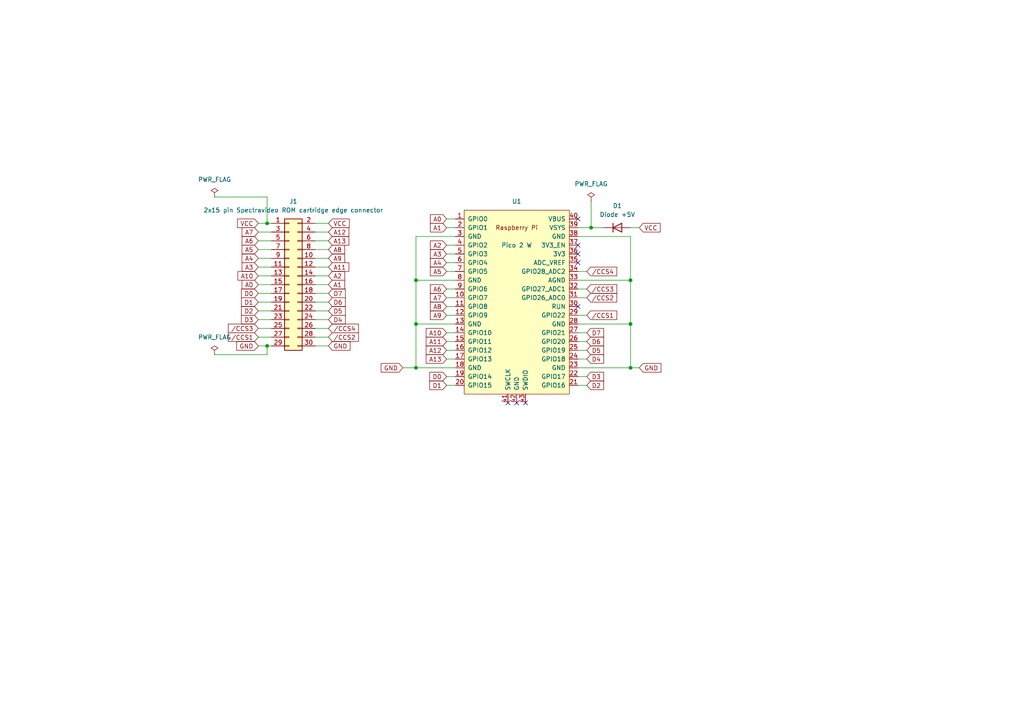
<source format=kicad_sch>
(kicad_sch (version 20231120) (generator "eeschema") (generator_version "8.0")
  (paper "A4")
  (title_block (title "SVI-328 PicoROM cartridge") (date "2025-03-17") (rev "1.0") (company "Markus Rautopuro") (comment 1 "https://github.com/fitch/SVI-328-PicoROM"))
  (lib_symbols
    (symbol "Connector_Generic:Conn_02x15_Odd_Even" (pin_names (offset 1.016) hide)
      (property "Reference" "J" (at 1.27 20.32 0))
      (property "Value" "Conn_02x15_Odd_Even" (at 1.27 -20.32 0))
      (symbol "Conn_02x15_Odd_Even_1_1"
        (rectangle (start -1.27 -17.653) (end 0 -17.907) (stroke (width 0.1524)))
        (rectangle (start -1.27 -15.113) (end 0 -15.367) (stroke (width 0.1524)))
        (rectangle (start -1.27 -12.573) (end 0 -12.827) (stroke (width 0.1524)))
        (rectangle (start -1.27 -10.033) (end 0 -10.287) (stroke (width 0.1524)))
        (rectangle (start -1.27 -7.493) (end 0 -7.747) (stroke (width 0.1524)))
        (rectangle (start -1.27 -4.953) (end 0 -5.207) (stroke (width 0.1524)))
        (rectangle (start -1.27 -2.413) (end 0 -2.667) (stroke (width 0.1524)))
        (rectangle (start -1.27 0.127) (end 0 -0.127) (stroke (width 0.1524)))
        (rectangle (start -1.27 2.667) (end 0 2.413) (stroke (width 0.1524)))
        (rectangle (start -1.27 5.207) (end 0 4.953) (stroke (width 0.1524)))
        (rectangle (start -1.27 7.747) (end 0 7.493) (stroke (width 0.1524)))
        (rectangle (start -1.27 10.287) (end 0 10.033) (stroke (width 0.1524)))
        (rectangle (start -1.27 12.827) (end 0 12.573) (stroke (width 0.1524)))
        (rectangle (start -1.27 15.367) (end 0 15.113) (stroke (width 0.1524)))
        (rectangle (start -1.27 17.907) (end 0 17.653) (stroke (width 0.1524)))
        (rectangle (start -1.27 19.05) (end 3.81 -19.05) (stroke (width 0.254)) (fill (type background)))
        (rectangle (start 3.81 -17.653) (end 2.54 -17.907) (stroke (width 0.1524)))
        (rectangle (start 3.81 -15.113) (end 2.54 -15.367) (stroke (width 0.1524)))
        (rectangle (start 3.81 -12.573) (end 2.54 -12.827) (stroke (width 0.1524)))
        (rectangle (start 3.81 -10.033) (end 2.54 -10.287) (stroke (width 0.1524)))
        (rectangle (start 3.81 -7.493) (end 2.54 -7.747) (stroke (width 0.1524)))
        (rectangle (start 3.81 -4.953) (end 2.54 -5.207) (stroke (width 0.1524)))
        (rectangle (start 3.81 -2.413) (end 2.54 -2.667) (stroke (width 0.1524)))
        (rectangle (start 3.81 0.127) (end 2.54 -0.127) (stroke (width 0.1524)))
        (rectangle (start 3.81 2.667) (end 2.54 2.413) (stroke (width 0.1524)))
        (rectangle (start 3.81 5.207) (end 2.54 4.953) (stroke (width 0.1524)))
        (rectangle (start 3.81 7.747) (end 2.54 7.493) (stroke (width 0.1524)))
        (rectangle (start 3.81 10.287) (end 2.54 10.033) (stroke (width 0.1524)))
        (rectangle (start 3.81 12.827) (end 2.54 12.573) (stroke (width 0.1524)))
        (rectangle (start 3.81 15.367) (end 2.54 15.113) (stroke (width 0.1524)))
        (rectangle (start 3.81 17.907) (end 2.54 17.653) (stroke (width 0.1524)))
        (pin passive line (at -5.08 17.78 0) (length 3.81) (name "Pin_1") (number "1"))
        (pin passive line (at 7.62 7.62 180) (length 3.81) (name "Pin_10") (number "10"))
        (pin passive line (at -5.08 5.08 0) (length 3.81) (name "Pin_11") (number "11"))
        (pin passive line (at 7.62 5.08 180) (length 3.81) (name "Pin_12") (number "12"))
        (pin passive line (at -5.08 2.54 0) (length 3.81) (name "Pin_13") (number "13"))
        (pin passive line (at 7.62 2.54 180) (length 3.81) (name "Pin_14") (number "14"))
        (pin passive line (at -5.08 0 0) (length 3.81) (name "Pin_15") (number "15"))
        (pin passive line (at 7.62 0 180) (length 3.81) (name "Pin_16") (number "16"))
        (pin passive line (at -5.08 -2.54 0) (length 3.81) (name "Pin_17") (number "17"))
        (pin passive line (at 7.62 -2.54 180) (length 3.81) (name "Pin_18") (number "18"))
        (pin passive line (at -5.08 -5.08 0) (length 3.81) (name "Pin_19") (number "19"))
        (pin passive line (at 7.62 17.78 180) (length 3.81) (name "Pin_2") (number "2"))
        (pin passive line (at 7.62 -5.08 180) (length 3.81) (name "Pin_20") (number "20"))
        (pin passive line (at -5.08 -7.62 0) (length 3.81) (name "Pin_21") (number "21"))
        (pin passive line (at 7.62 -7.62 180) (length 3.81) (name "Pin_22") (number "22"))
        (pin passive line (at -5.08 -10.16 0) (length 3.81) (name "Pin_23") (number "23"))
        (pin passive line (at 7.62 -10.16 180) (length 3.81) (name "Pin_24") (number "24"))
        (pin passive line (at -5.08 -12.7 0) (length 3.81) (name "Pin_25") (number "25"))
        (pin passive line (at 7.62 -12.7 180) (length 3.81) (name "Pin_26") (number "26"))
        (pin passive line (at -5.08 -15.24 0) (length 3.81) (name "Pin_27") (number "27"))
        (pin passive line (at 7.62 -15.24 180) (length 3.81) (name "Pin_28") (number "28"))
        (pin passive line (at -5.08 -17.78 0) (length 3.81) (name "Pin_29") (number "29"))
        (pin passive line (at -5.08 15.24 0) (length 3.81) (name "Pin_3") (number "3"))
        (pin passive line (at 7.62 -17.78 180) (length 3.81) (name "Pin_30") (number "30"))
        (pin passive line (at 7.62 15.24 180) (length 3.81) (name "Pin_4") (number "4"))
        (pin passive line (at -5.08 12.7 0) (length 3.81) (name "Pin_5") (number "5"))
        (pin passive line (at 7.62 12.7 180) (length 3.81) (name "Pin_6") (number "6"))
        (pin passive line (at -5.08 10.16 0) (length 3.81) (name "Pin_7") (number "7"))
        (pin passive line (at 7.62 10.16 180) (length 3.81) (name "Pin_8") (number "8"))
        (pin passive line (at -5.08 7.62 0) (length 3.81) (name "Pin_9") (number "9"))
      )
    )
    (symbol "Device:D" (pin_numbers hide) (pin_names (offset 1.016) hide)
      (property "Reference" "D" (at 0 2.54 0))
      (property "Value" "D" (at 0 -2.54 0))
      (symbol "D_0_1"
        (polyline (pts (xy -1.27 1.27) (xy -1.27 -1.27)) (stroke (width 0.254)))
        (polyline (pts (xy 1.27 0) (xy -1.27 0)))
        (polyline (pts (xy 1.27 1.27) (xy 1.27 -1.27) (xy -1.27 0) (xy 1.27 1.27)) (stroke (width 0.254)))
      )
      (symbol "D_1_1"
        (pin passive line (at -3.81 0 0) (length 2.54) (name "K") (number "1"))
        (pin passive line (at 3.81 0 180) (length 2.54) (name "A") (number "2"))
      )
    )
    (symbol "Spectravideo:Pico2W" (pin_names (offset 1.016))
      (property "Reference" "U1" (at 0 29.21 0))
      (property "Value" "Pico 2 W" (at 0 16.51 0))
      (symbol "Pico2W_0_0"
        (text "Raspberry Pi" (at 0 21.59 0) (effects (font (size 1.27 1.27))))
      )
      (symbol "Pico2W_0_1"
        (rectangle (start -15.24 26.67) (end 15.24 -26.67) (fill (type background)))
      )
      (symbol "Pico2W_1_1"
        (pin bidirectional line (at -17.78 24.13 0) (length 2.54) (name "GPIO0") (number "1"))
        (pin bidirectional line (at -17.78 1.27 0) (length 2.54) (name "GPIO7") (number "10"))
        (pin bidirectional line (at -17.78 -1.27 0) (length 2.54) (name "GPIO8") (number "11"))
        (pin bidirectional line (at -17.78 -3.81 0) (length 2.54) (name "GPIO9") (number "12"))
        (pin power_in line (at -17.78 -6.35 0) (length 2.54) (name "GND") (number "13"))
        (pin bidirectional line (at -17.78 -8.89 0) (length 2.54) (name "GPIO10") (number "14"))
        (pin bidirectional line (at -17.78 -11.43 0) (length 2.54) (name "GPIO11") (number "15"))
        (pin bidirectional line (at -17.78 -13.97 0) (length 2.54) (name "GPIO12") (number "16"))
        (pin bidirectional line (at -17.78 -16.51 0) (length 2.54) (name "GPIO13") (number "17"))
        (pin power_in line (at -17.78 -19.05 0) (length 2.54) (name "GND") (number "18"))
        (pin bidirectional line (at -17.78 -21.59 0) (length 2.54) (name "GPIO14") (number "19"))
        (pin bidirectional line (at -17.78 21.59 0) (length 2.54) (name "GPIO1") (number "2"))
        (pin bidirectional line (at -17.78 -24.13 0) (length 2.54) (name "GPIO15") (number "20"))
        (pin bidirectional line (at 17.78 -24.13 180) (length 2.54) (name "GPIO16") (number "21"))
        (pin bidirectional line (at 17.78 -21.59 180) (length 2.54) (name "GPIO17") (number "22"))
        (pin power_in line (at 17.78 -19.05 180) (length 2.54) (name "GND") (number "23"))
        (pin bidirectional line (at 17.78 -16.51 180) (length 2.54) (name "GPIO18") (number "24"))
        (pin bidirectional line (at 17.78 -13.97 180) (length 2.54) (name "GPIO19") (number "25"))
        (pin bidirectional line (at 17.78 -11.43 180) (length 2.54) (name "GPIO20") (number "26"))
        (pin bidirectional line (at 17.78 -8.89 180) (length 2.54) (name "GPIO21") (number "27"))
        (pin power_in line (at 17.78 -6.35 180) (length 2.54) (name "GND") (number "28"))
        (pin bidirectional line (at 17.78 -3.81 180) (length 2.54) (name "GPIO22") (number "29"))
        (pin power_in line (at -17.78 19.05 0) (length 2.54) (name "GND") (number "3"))
        (pin input line (at 17.78 -1.27 180) (length 2.54) (name "RUN") (number "30"))
        (pin bidirectional line (at 17.78 1.27 180) (length 2.54) (name "GPIO26_ADC0") (number "31"))
        (pin bidirectional line (at 17.78 3.81 180) (length 2.54) (name "GPIO27_ADC1") (number "32"))
        (pin power_in line (at 17.78 6.35 180) (length 2.54) (name "AGND") (number "33"))
        (pin bidirectional line (at 17.78 8.89 180) (length 2.54) (name "GPIO28_ADC2") (number "34"))
        (pin unspecified line (at 17.78 11.43 180) (length 2.54) (name "ADC_VREF") (number "35"))
        (pin unspecified line (at 17.78 13.97 180) (length 2.54) (name "3V3") (number "36"))
        (pin power_out line (at 17.78 16.51 180) (length 2.54) (name "3V3_EN") (number "37"))
        (pin power_in line (at 17.78 19.05 180) (length 2.54) (name "GND") (number "38"))
        (pin power_in line (at 17.78 21.59 180) (length 2.54) (name "VSYS") (number "39"))
        (pin bidirectional line (at -17.78 16.51 0) (length 2.54) (name "GPIO2") (number "4"))
        (pin unspecified line (at 17.78 24.13 180) (length 2.54) (name "VBUS") (number "40"))
        (pin input line (at -2.54 -29.21 90) (length 2.54) (name "SWCLK") (number "41"))
        (pin power_in line (at 0 -29.21 90) (length 2.54) (name "GND") (number "42"))
        (pin bidirectional line (at 2.54 -29.21 90) (length 2.54) (name "SWDIO") (number "43"))
        (pin bidirectional line (at -17.78 13.97 0) (length 2.54) (name "GPIO3") (number "5"))
        (pin bidirectional line (at -17.78 11.43 0) (length 2.54) (name "GPIO4") (number "6"))
        (pin bidirectional line (at -17.78 8.89 0) (length 2.54) (name "GPIO5") (number "7"))
        (pin power_in line (at -17.78 6.35 0) (length 2.54) (name "GND") (number "8"))
        (pin bidirectional line (at -17.78 3.81 0) (length 2.54) (name "GPIO6") (number "9"))
      )
    )
    (symbol "power:PWR_FLAG" (power) (pin_numbers hide) (pin_names (offset 0) hide)
      (property "Value" "PWR_FLAG" (at 0 3.81 0))
      (symbol "PWR_FLAG_0_0"
        (pin power_out line (at 0 0 90) (length 0) (name "~") (number "1"))
      )
      (symbol "PWR_FLAG_0_1"
        (polyline (pts (xy 0 0) (xy 0 1.27) (xy -1.016 1.905) (xy 0 2.54) (xy 1.016 1.905) (xy 0 1.27)))
      )
    )
  )
  (junction (at 182.88 106.68))
  (junction (at 77.47 64.77))
  (junction (at 120.65 106.68))
  (junction (at 171.45 66.04))
  (junction (at 182.88 93.98))
  (junction (at 120.65 93.98))
  (junction (at 77.47 100.33))
  (junction (at 120.65 81.28))
  (junction (at 182.88 81.28))
  (no_connect (at 167.64 63.5))
  (no_connect (at 167.64 71.12))
  (no_connect (at 167.64 73.66))
  (no_connect (at 167.64 76.2))
  (no_connect (at 149.86 116.84))
  (no_connect (at 167.64 88.9))
  (no_connect (at 147.32 116.84))
  (no_connect (at 152.4 116.84))
  (wire (pts (xy 91.44 82.55) (xy 95.25 82.55)))
  (wire (pts (xy 167.64 68.58) (xy 182.88 68.58)))
  (wire (pts (xy 167.64 93.98) (xy 182.88 93.98)))
  (wire (pts (xy 91.44 92.71) (xy 95.25 92.71)))
  (wire (pts (xy 91.44 74.93) (xy 95.25 74.93)))
  (wire (pts (xy 91.44 95.25) (xy 95.25 95.25)))
  (wire (pts (xy 74.93 90.17) (xy 78.74 90.17)))
  (wire (pts (xy 74.93 72.39) (xy 78.74 72.39)))
  (wire (pts (xy 120.65 106.68) (xy 132.08 106.68)))
  (wire (pts (xy 167.64 91.44) (xy 170.18 91.44)))
  (wire (pts (xy 62.23 102.87) (xy 77.47 102.87)))
  (wire (pts (xy 62.23 57.15) (xy 77.47 57.15)))
  (wire (pts (xy 129.54 111.76) (xy 132.08 111.76)))
  (wire (pts (xy 167.64 78.74) (xy 170.18 78.74)))
  (wire (pts (xy 74.93 67.31) (xy 78.74 67.31)))
  (wire (pts (xy 129.54 76.2) (xy 132.08 76.2)))
  (wire (pts (xy 132.08 68.58) (xy 120.65 68.58)))
  (wire (pts (xy 129.54 71.12) (xy 132.08 71.12)))
  (wire (pts (xy 91.44 87.63) (xy 95.25 87.63)))
  (wire (pts (xy 129.54 91.44) (xy 132.08 91.44)))
  (wire (pts (xy 167.64 106.68) (xy 182.88 106.68)))
  (wire (pts (xy 129.54 78.74) (xy 132.08 78.74)))
  (wire (pts (xy 167.64 109.22) (xy 170.18 109.22)))
  (wire (pts (xy 129.54 101.6) (xy 132.08 101.6)))
  (wire (pts (xy 91.44 69.85) (xy 95.25 69.85)))
  (wire (pts (xy 167.64 101.6) (xy 170.18 101.6)))
  (wire (pts (xy 182.88 106.68) (xy 185.42 106.68)))
  (wire (pts (xy 91.44 90.17) (xy 95.25 90.17)))
  (wire (pts (xy 74.93 87.63) (xy 78.74 87.63)))
  (wire (pts (xy 167.64 86.36) (xy 170.18 86.36)))
  (wire (pts (xy 74.93 74.93) (xy 78.74 74.93)))
  (wire (pts (xy 132.08 93.98) (xy 120.65 93.98)))
  (wire (pts (xy 171.45 66.04) (xy 175.26 66.04)))
  (wire (pts (xy 167.64 83.82) (xy 170.18 83.82)))
  (wire (pts (xy 182.88 93.98) (xy 182.88 106.68)))
  (wire (pts (xy 120.65 81.28) (xy 120.65 93.98)))
  (wire (pts (xy 91.44 97.79) (xy 95.25 97.79)))
  (wire (pts (xy 132.08 81.28) (xy 120.65 81.28)))
  (wire (pts (xy 129.54 73.66) (xy 132.08 73.66)))
  (wire (pts (xy 74.93 97.79) (xy 78.74 97.79)))
  (wire (pts (xy 129.54 109.22) (xy 132.08 109.22)))
  (wire (pts (xy 167.64 111.76) (xy 170.18 111.76)))
  (wire (pts (xy 74.93 85.09) (xy 78.74 85.09)))
  (wire (pts (xy 77.47 64.77) (xy 78.74 64.77)))
  (wire (pts (xy 129.54 99.06) (xy 132.08 99.06)))
  (wire (pts (xy 74.93 69.85) (xy 78.74 69.85)))
  (wire (pts (xy 77.47 100.33) (xy 77.47 102.87)))
  (wire (pts (xy 167.64 99.06) (xy 170.18 99.06)))
  (wire (pts (xy 74.93 92.71) (xy 78.74 92.71)))
  (wire (pts (xy 74.93 82.55) (xy 78.74 82.55)))
  (wire (pts (xy 91.44 64.77) (xy 95.25 64.77)))
  (wire (pts (xy 129.54 86.36) (xy 132.08 86.36)))
  (wire (pts (xy 129.54 88.9) (xy 132.08 88.9)))
  (wire (pts (xy 74.93 80.01) (xy 78.74 80.01)))
  (wire (pts (xy 129.54 104.14) (xy 132.08 104.14)))
  (wire (pts (xy 74.93 95.25) (xy 78.74 95.25)))
  (wire (pts (xy 129.54 96.52) (xy 132.08 96.52)))
  (wire (pts (xy 120.65 68.58) (xy 120.65 81.28)))
  (wire (pts (xy 91.44 72.39) (xy 95.25 72.39)))
  (wire (pts (xy 91.44 67.31) (xy 95.25 67.31)))
  (wire (pts (xy 74.93 100.33) (xy 77.47 100.33)))
  (wire (pts (xy 129.54 66.04) (xy 132.08 66.04)))
  (wire (pts (xy 182.88 66.04) (xy 185.42 66.04)))
  (wire (pts (xy 167.64 66.04) (xy 171.45 66.04)))
  (wire (pts (xy 129.54 63.5) (xy 132.08 63.5)))
  (wire (pts (xy 182.88 68.58) (xy 182.88 81.28)))
  (wire (pts (xy 77.47 100.33) (xy 78.74 100.33)))
  (wire (pts (xy 171.45 58.42) (xy 171.45 66.04)))
  (wire (pts (xy 74.93 64.77) (xy 77.47 64.77)))
  (wire (pts (xy 182.88 81.28) (xy 182.88 93.98)))
  (wire (pts (xy 77.47 64.77) (xy 77.47 57.15)))
  (wire (pts (xy 167.64 104.14) (xy 170.18 104.14)))
  (wire (pts (xy 167.64 96.52) (xy 170.18 96.52)))
  (wire (pts (xy 167.64 81.28) (xy 182.88 81.28)))
  (wire (pts (xy 129.54 83.82) (xy 132.08 83.82)))
  (wire (pts (xy 91.44 77.47) (xy 95.25 77.47)))
  (wire (pts (xy 116.84 106.68) (xy 120.65 106.68)))
  (wire (pts (xy 120.65 93.98) (xy 120.65 106.68)))
  (wire (pts (xy 91.44 100.33) (xy 95.25 100.33)))
  (wire (pts (xy 74.93 77.47) (xy 78.74 77.47)))
  (wire (pts (xy 91.44 80.01) (xy 95.25 80.01)))
  (wire (pts (xy 91.44 85.09) (xy 95.25 85.09)))
  (global_label "GND" (shape input) (at 74.93 100.33 180) (property "Intersheetrefs" "${INTERSHEET_REFS}" (effects (hide yes))))
  (global_label "A4" (shape input) (at 129.54 76.2 180) (property "Intersheetrefs" "${INTERSHEET_REFS}" (effects (hide yes))))
  (global_label "D0" (shape input) (at 129.54 109.22 180) (property "Intersheetrefs" "${INTERSHEET_REFS}" (effects (hide yes))))
  (global_label "D6" (shape input) (at 170.18 99.06 0) (property "Intersheetrefs" "${INTERSHEET_REFS}" (effects (hide yes))))
  (global_label "D0" (shape input) (at 74.93 85.09 180) (property "Intersheetrefs" "${INTERSHEET_REFS}" (effects (hide yes))))
  (global_label "A12" (shape input) (at 95.25 67.31 0) (property "Intersheetrefs" "${INTERSHEET_REFS}" (effects (hide yes))))
  (global_label "VCC" (shape input) (at 74.93 64.77 180) (property "Intersheetrefs" "${INTERSHEET_REFS}" (effects (hide yes))))
  (global_label "D1" (shape input) (at 74.93 87.63 180) (property "Intersheetrefs" "${INTERSHEET_REFS}" (effects (hide yes))))
  (global_label "{slash}CCS4" (shape input) (at 95.25 95.25 0) (property "Intersheetrefs" "${INTERSHEET_REFS}" (effects (hide yes))))
  (global_label "A10" (shape input) (at 129.54 96.52 180) (property "Intersheetrefs" "${INTERSHEET_REFS}" (effects (hide yes))))
  (global_label "GND" (shape input) (at 116.84 106.68 180) (property "Intersheetrefs" "${INTERSHEET_REFS}" (effects (hide yes))))
  (global_label "{slash}CCS4" (shape input) (at 170.18 78.74 0) (property "Intersheetrefs" "${INTERSHEET_REFS}" (effects (hide yes))))
  (global_label "{slash}CCS3" (shape input) (at 170.18 83.82 0) (property "Intersheetrefs" "${INTERSHEET_REFS}" (effects (hide yes))))
  (global_label "D1" (shape input) (at 129.54 111.76 180) (property "Intersheetrefs" "${INTERSHEET_REFS}" (effects (hide yes))))
  (global_label "A3" (shape input) (at 74.93 77.47 180) (property "Intersheetrefs" "${INTERSHEET_REFS}" (effects (hide yes))))
  (global_label "A9" (shape input) (at 95.25 74.93 0) (property "Intersheetrefs" "${INTERSHEET_REFS}" (effects (hide yes))))
  (global_label "VCC" (shape input) (at 185.42 66.04 0) (property "Intersheetrefs" "${INTERSHEET_REFS}" (effects (hide yes))))
  (global_label "A0" (shape input) (at 129.54 63.5 180) (property "Intersheetrefs" "${INTERSHEET_REFS}" (effects (hide yes))))
  (global_label "A11" (shape input) (at 95.25 77.47 0) (property "Intersheetrefs" "${INTERSHEET_REFS}" (effects (hide yes))))
  (global_label "D3" (shape input) (at 74.93 92.71 180) (property "Intersheetrefs" "${INTERSHEET_REFS}" (effects (hide yes))))
  (global_label "A5" (shape input) (at 129.54 78.74 180) (property "Intersheetrefs" "${INTERSHEET_REFS}" (effects (hide yes))))
  (global_label "A11" (shape input) (at 129.54 99.06 180) (property "Intersheetrefs" "${INTERSHEET_REFS}" (effects (hide yes))))
  (global_label "D3" (shape input) (at 170.18 109.22 0) (property "Intersheetrefs" "${INTERSHEET_REFS}" (effects (hide yes))))
  (global_label "A8" (shape input) (at 129.54 88.9 180) (property "Intersheetrefs" "${INTERSHEET_REFS}" (effects (hide yes))))
  (global_label "{slash}CCS2" (shape input) (at 170.18 86.36 0) (property "Intersheetrefs" "${INTERSHEET_REFS}" (effects (hide yes))))
  (global_label "A12" (shape input) (at 129.54 101.6 180) (property "Intersheetrefs" "${INTERSHEET_REFS}" (effects (hide yes))))
  (global_label "GND" (shape input) (at 95.25 100.33 0) (property "Intersheetrefs" "${INTERSHEET_REFS}" (effects (hide yes))))
  (global_label "A7" (shape input) (at 129.54 86.36 180) (property "Intersheetrefs" "${INTERSHEET_REFS}" (effects (hide yes))))
  (global_label "A2" (shape input) (at 95.25 80.01 0) (property "Intersheetrefs" "${INTERSHEET_REFS}" (effects (hide yes))))
  (global_label "D6" (shape input) (at 95.25 87.63 0) (property "Intersheetrefs" "${INTERSHEET_REFS}" (effects (hide yes))))
  (global_label "D2" (shape input) (at 170.18 111.76 0) (property "Intersheetrefs" "${INTERSHEET_REFS}" (effects (hide yes))))
  (global_label "D2" (shape input) (at 74.93 90.17 180) (property "Intersheetrefs" "${INTERSHEET_REFS}" (effects (hide yes))))
  (global_label "{slash}CCS1" (shape input) (at 170.18 91.44 0) (property "Intersheetrefs" "${INTERSHEET_REFS}" (effects (hide yes))))
  (global_label "A4" (shape input) (at 74.93 74.93 180) (property "Intersheetrefs" "${INTERSHEET_REFS}" (effects (hide yes))))
  (global_label "A13" (shape input) (at 129.54 104.14 180) (property "Intersheetrefs" "${INTERSHEET_REFS}" (effects (hide yes))))
  (global_label "D4" (shape input) (at 95.25 92.71 0) (property "Intersheetrefs" "${INTERSHEET_REFS}" (effects (hide yes))))
  (global_label "D7" (shape input) (at 95.25 85.09 0) (property "Intersheetrefs" "${INTERSHEET_REFS}" (effects (hide yes))))
  (global_label "A3" (shape input) (at 129.54 73.66 180) (property "Intersheetrefs" "${INTERSHEET_REFS}" (effects (hide yes))))
  (global_label "A13" (shape input) (at 95.25 69.85 0) (property "Intersheetrefs" "${INTERSHEET_REFS}" (effects (hide yes))))
  (global_label "{slash}CCS3" (shape input) (at 74.93 95.25 180) (property "Intersheetrefs" "${INTERSHEET_REFS}" (effects (hide yes))))
  (global_label "A1" (shape input) (at 95.25 82.55 0) (property "Intersheetrefs" "${INTERSHEET_REFS}" (effects (hide yes))))
  (global_label "A1" (shape input) (at 129.54 66.04 180) (property "Intersheetrefs" "${INTERSHEET_REFS}" (effects (hide yes))))
  (global_label "{slash}CCS2" (shape input) (at 95.25 97.79 0) (property "Intersheetrefs" "${INTERSHEET_REFS}" (effects (hide yes))))
  (global_label "D7" (shape input) (at 170.18 96.52 0) (property "Intersheetrefs" "${INTERSHEET_REFS}" (effects (hide yes))))
  (global_label "D5" (shape input) (at 170.18 101.6 0) (property "Intersheetrefs" "${INTERSHEET_REFS}" (effects (hide yes))))
  (global_label "D4" (shape input) (at 170.18 104.14 0) (property "Intersheetrefs" "${INTERSHEET_REFS}" (effects (hide yes))))
  (global_label "A10" (shape input) (at 74.93 80.01 180) (property "Intersheetrefs" "${INTERSHEET_REFS}" (effects (hide yes))))
  (global_label "D5" (shape input) (at 95.25 90.17 0) (property "Intersheetrefs" "${INTERSHEET_REFS}" (effects (hide yes))))
  (global_label "{slash}CCS1" (shape input) (at 74.93 97.79 180) (property "Intersheetrefs" "${INTERSHEET_REFS}" (effects (hide yes))))
  (global_label "A6" (shape input) (at 129.54 83.82 180) (property "Intersheetrefs" "${INTERSHEET_REFS}" (effects (hide yes))))
  (global_label "GND" (shape input) (at 185.42 106.68 0) (property "Intersheetrefs" "${INTERSHEET_REFS}" (effects (hide yes))))
  (global_label "A6" (shape input) (at 74.93 69.85 180) (property "Intersheetrefs" "${INTERSHEET_REFS}" (effects (hide yes))))
  (global_label "A8" (shape input) (at 95.25 72.39 0) (property "Intersheetrefs" "${INTERSHEET_REFS}" (effects (hide yes))))
  (global_label "A9" (shape input) (at 129.54 91.44 180) (property "Intersheetrefs" "${INTERSHEET_REFS}" (effects (hide yes))))
  (global_label "A2" (shape input) (at 129.54 71.12 180) (property "Intersheetrefs" "${INTERSHEET_REFS}" (effects (hide yes))))
  (global_label "A5" (shape input) (at 74.93 72.39 180) (property "Intersheetrefs" "${INTERSHEET_REFS}" (effects (hide yes))))
  (global_label "A7" (shape input) (at 74.93 67.31 180) (property "Intersheetrefs" "${INTERSHEET_REFS}" (effects (hide yes))))
  (global_label "A0" (shape input) (at 74.93 82.55 180) (property "Intersheetrefs" "${INTERSHEET_REFS}" (effects (hide yes))))
  (global_label "VCC" (shape input) (at 95.25 64.77 0) (property "Intersheetrefs" "${INTERSHEET_REFS}" (effects (hide yes))))
  (symbol (lib_id "power:PWR_FLAG") (at 62.23 57.15 0) (unit 1)
    (property "Reference" "#FLG01" (effects (hide yes)))
    (property "Value" "PWR_FLAG" (at 62.23 52.07 0))
    (property "Description" "Special symbol for telling ERC where power comes from" (effects (hide yes)))
  )
  (symbol (lib_id "Connector_Generic:Conn_02x15_Odd_Even") (at 83.82 82.55 0) (unit 1)
    (property "Reference" "J1" (at 85.09 58.42 0))
    (property "Value" "2x15 pin Spectravideo ROM cartridge edge connector" (at 85.09 60.96 0))
    (property "Footprint" "Spectravideo:ROM cartridge edge connector" (effects (hide yes)))
    (property "Description" "Generic connector, double row, 02x15, odd/even pin numbering scheme (row 1 odd numbers, row 2 even numbers), script generated (kicad-library-utils/schlib/autogen/connector/)" (effects (hide yes)))
  )
  (symbol (lib_id "Device:D") (at 179.07 66.04 0) (unit 1)
    (property "Reference" "D1" (at 179.07 59.69 0))
    (property "Value" "Diode +5V" (at 179.07 62.23 0))
    (property "Footprint" "Diode_THT:D_DO-35_SOD27_P7.62mm_Horizontal" (effects (hide yes)))
    (property "Description" "Diode" (effects (hide yes)))
    (property "Sim.Device" "D" (effects (hide yes)))
    (property "Sim.Pins" "1=K 2=A" (effects (hide yes)))
  )
  (symbol (lib_id "Spectravideo:Pico2W") (at 149.86 87.63 0) (unit 1)
    (property "Reference" "U1" (at 149.86 58.42 0))
    (property "Value" "Pico 2 W" (at 149.86 71.12 0))
    (property "Footprint" "Spectravideo:RPi_PicoW_SMD_TH" (effects (hide yes)))
  )
  (symbol (lib_id "power:PWR_FLAG") (at 62.23 102.87 0) (unit 1)
    (property "Reference" "#FLG02" (effects (hide yes)))
    (property "Value" "PWR_FLAG" (at 62.23 97.79 0))
    (property "Description" "Special symbol for telling ERC where power comes from" (effects (hide yes)))
  )
  (symbol (lib_id "power:PWR_FLAG") (at 171.45 58.42 0) (unit 1)
    (property "Reference" "#FLG03" (effects (hide yes)))
    (property "Value" "PWR_FLAG" (at 171.45 53.34 0))
    (property "Description" "Special symbol for telling ERC where power comes from" (effects (hide yes)))
  )
)
</source>
